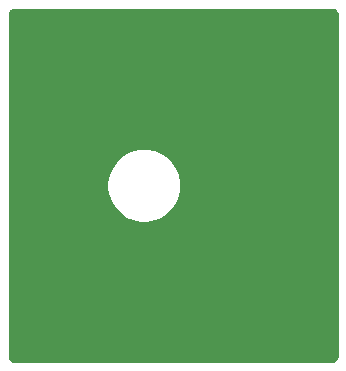
<source format=gbl>
G04 #@! TF.GenerationSoftware,KiCad,Pcbnew,5.1.9+dfsg1-1+deb11u1*
G04 #@! TF.CreationDate,2023-07-28T22:34:42+09:00*
G04 #@! TF.ProjectId,z-tesioner-housing,7a2d7465-7369-46f6-9e65-722d686f7573,rev?*
G04 #@! TF.SameCoordinates,Original*
G04 #@! TF.FileFunction,Copper,L2,Bot*
G04 #@! TF.FilePolarity,Positive*
%FSLAX46Y46*%
G04 Gerber Fmt 4.6, Leading zero omitted, Abs format (unit mm)*
G04 Created by KiCad (PCBNEW 5.1.9+dfsg1-1+deb11u1) date 2023-07-28 22:34:42*
%MOMM*%
%LPD*%
G01*
G04 APERTURE LIST*
G04 #@! TA.AperFunction,NonConductor*
%ADD10C,0.254000*%
G04 #@! TD*
G04 #@! TA.AperFunction,NonConductor*
%ADD11C,0.100000*%
G04 #@! TD*
G04 APERTURE END LIST*
D10*
X155065424Y-75669580D02*
X155128356Y-75688580D01*
X155186405Y-75719445D01*
X155237343Y-75760989D01*
X155279248Y-75811644D01*
X155310515Y-75869471D01*
X155329956Y-75932272D01*
X155340000Y-76027835D01*
X155340001Y-104967711D01*
X155330420Y-105065424D01*
X155311420Y-105128357D01*
X155280554Y-105186406D01*
X155239011Y-105237343D01*
X155188356Y-105279248D01*
X155130529Y-105310515D01*
X155067728Y-105329956D01*
X154972165Y-105340000D01*
X128032279Y-105340000D01*
X127934576Y-105330420D01*
X127871643Y-105311420D01*
X127813594Y-105280554D01*
X127762657Y-105239011D01*
X127720752Y-105188356D01*
X127689485Y-105130529D01*
X127670044Y-105067728D01*
X127660000Y-104972165D01*
X127660000Y-90188305D01*
X135835313Y-90188305D01*
X135835313Y-90811695D01*
X135956930Y-91423105D01*
X136195490Y-91999042D01*
X136541827Y-92517371D01*
X136982629Y-92958173D01*
X137500958Y-93304510D01*
X138076895Y-93543070D01*
X138688305Y-93664687D01*
X139311695Y-93664687D01*
X139923105Y-93543070D01*
X140499042Y-93304510D01*
X141017371Y-92958173D01*
X141458173Y-92517371D01*
X141804510Y-91999042D01*
X142043070Y-91423105D01*
X142164687Y-90811695D01*
X142164687Y-90188305D01*
X142043070Y-89576895D01*
X141804510Y-89000958D01*
X141458173Y-88482629D01*
X141017371Y-88041827D01*
X140499042Y-87695490D01*
X139923105Y-87456930D01*
X139311695Y-87335313D01*
X138688305Y-87335313D01*
X138076895Y-87456930D01*
X137500958Y-87695490D01*
X136982629Y-88041827D01*
X136541827Y-88482629D01*
X136195490Y-89000958D01*
X135956930Y-89576895D01*
X135835313Y-90188305D01*
X127660000Y-90188305D01*
X127660000Y-76032279D01*
X127669580Y-75934576D01*
X127688580Y-75871644D01*
X127719445Y-75813595D01*
X127760989Y-75762657D01*
X127811644Y-75720752D01*
X127869471Y-75689485D01*
X127932272Y-75670044D01*
X128027835Y-75660000D01*
X154967721Y-75660000D01*
X155065424Y-75669580D01*
G04 #@! TA.AperFunction,NonConductor*
D11*
G36*
X155065424Y-75669580D02*
G01*
X155128356Y-75688580D01*
X155186405Y-75719445D01*
X155237343Y-75760989D01*
X155279248Y-75811644D01*
X155310515Y-75869471D01*
X155329956Y-75932272D01*
X155340000Y-76027835D01*
X155340001Y-104967711D01*
X155330420Y-105065424D01*
X155311420Y-105128357D01*
X155280554Y-105186406D01*
X155239011Y-105237343D01*
X155188356Y-105279248D01*
X155130529Y-105310515D01*
X155067728Y-105329956D01*
X154972165Y-105340000D01*
X128032279Y-105340000D01*
X127934576Y-105330420D01*
X127871643Y-105311420D01*
X127813594Y-105280554D01*
X127762657Y-105239011D01*
X127720752Y-105188356D01*
X127689485Y-105130529D01*
X127670044Y-105067728D01*
X127660000Y-104972165D01*
X127660000Y-90188305D01*
X135835313Y-90188305D01*
X135835313Y-90811695D01*
X135956930Y-91423105D01*
X136195490Y-91999042D01*
X136541827Y-92517371D01*
X136982629Y-92958173D01*
X137500958Y-93304510D01*
X138076895Y-93543070D01*
X138688305Y-93664687D01*
X139311695Y-93664687D01*
X139923105Y-93543070D01*
X140499042Y-93304510D01*
X141017371Y-92958173D01*
X141458173Y-92517371D01*
X141804510Y-91999042D01*
X142043070Y-91423105D01*
X142164687Y-90811695D01*
X142164687Y-90188305D01*
X142043070Y-89576895D01*
X141804510Y-89000958D01*
X141458173Y-88482629D01*
X141017371Y-88041827D01*
X140499042Y-87695490D01*
X139923105Y-87456930D01*
X139311695Y-87335313D01*
X138688305Y-87335313D01*
X138076895Y-87456930D01*
X137500958Y-87695490D01*
X136982629Y-88041827D01*
X136541827Y-88482629D01*
X136195490Y-89000958D01*
X135956930Y-89576895D01*
X135835313Y-90188305D01*
X127660000Y-90188305D01*
X127660000Y-76032279D01*
X127669580Y-75934576D01*
X127688580Y-75871644D01*
X127719445Y-75813595D01*
X127760989Y-75762657D01*
X127811644Y-75720752D01*
X127869471Y-75689485D01*
X127932272Y-75670044D01*
X128027835Y-75660000D01*
X154967721Y-75660000D01*
X155065424Y-75669580D01*
G37*
G04 #@! TD.AperFunction*
M02*

</source>
